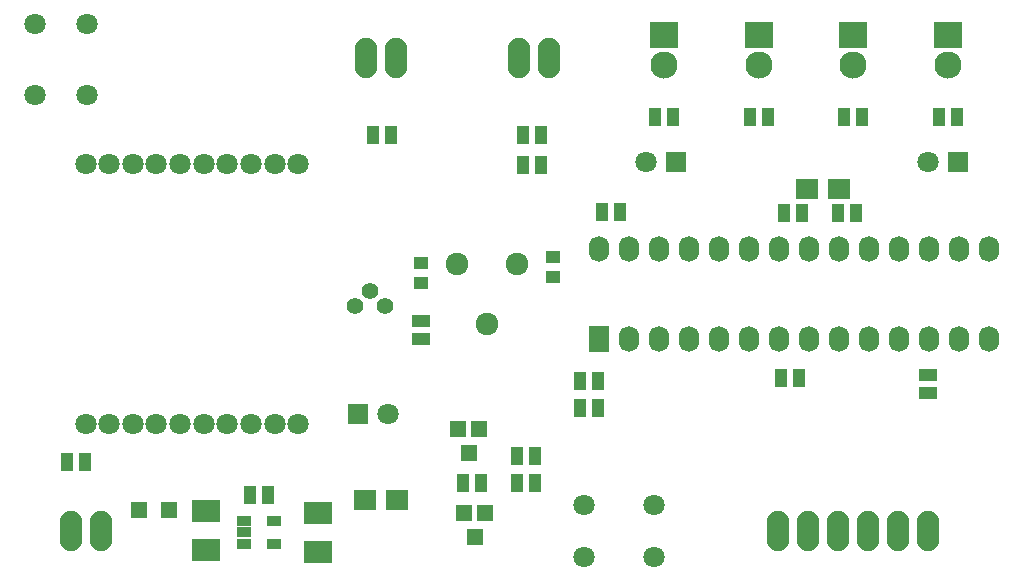
<source format=gbr>
G04 #@! TF.FileFunction,Soldermask,Top*
%FSLAX46Y46*%
G04 Gerber Fmt 4.6, Leading zero omitted, Abs format (unit mm)*
G04 Created by KiCad (PCBNEW 4.0.5-e0-6337~49~ubuntu14.04.1) date Tue Jan 31 14:11:35 2017*
%MOMM*%
%LPD*%
G01*
G04 APERTURE LIST*
%ADD10C,0.100000*%
%ADD11O,1.906220X3.414980*%
%ADD12R,1.035000X1.543000*%
%ADD13R,2.432000X1.924000*%
%ADD14R,2.400000X2.300000*%
%ADD15C,2.300000*%
%ADD16R,1.200000X1.000000*%
%ADD17R,1.400000X1.400000*%
%ADD18R,1.900000X1.700000*%
%ADD19R,1.314400X1.314400*%
%ADD20R,1.543000X1.035000*%
%ADD21C,1.924000*%
%ADD22C,1.797000*%
%ADD23R,1.162000X0.908000*%
%ADD24R,1.797000X1.797000*%
%ADD25C,1.800000*%
%ADD26R,1.700000X2.178000*%
%ADD27O,1.700000X2.178000*%
%ADD28C,1.400760*%
G04 APERTURE END LIST*
D10*
D11*
X86270000Y-55000000D03*
X83730000Y-55000000D03*
D12*
X103378000Y-84582000D03*
X101854000Y-84582000D03*
X120650000Y-68072000D03*
X119126000Y-68072000D03*
X118872000Y-82042000D03*
X120396000Y-82042000D03*
X123698000Y-68072000D03*
X125222000Y-68072000D03*
X59944000Y-89154000D03*
X58420000Y-89154000D03*
D13*
X79660000Y-93499000D03*
X79660000Y-96801000D03*
X70160000Y-93369000D03*
X70160000Y-96671000D03*
D14*
X117000000Y-53000000D03*
D15*
X117000000Y-55540000D03*
D16*
X88392000Y-72302000D03*
X88392000Y-74002000D03*
D14*
X133000000Y-53000000D03*
D15*
X133000000Y-55540000D03*
D16*
X99568000Y-73494000D03*
X99568000Y-71794000D03*
D14*
X125000000Y-53000000D03*
D15*
X125000000Y-55540000D03*
D14*
X109000000Y-53000000D03*
D15*
X109000000Y-55540000D03*
D17*
X67036000Y-93218000D03*
X64536000Y-93218000D03*
D18*
X86350000Y-92420000D03*
X83650000Y-92420000D03*
X123778000Y-66040000D03*
X121078000Y-66040000D03*
D11*
X131350000Y-95000000D03*
X128810000Y-95000000D03*
X126270000Y-95000000D03*
X123730000Y-95000000D03*
X121190000Y-95000000D03*
X118650000Y-95000000D03*
X58730000Y-95000000D03*
X61270000Y-95000000D03*
X99270000Y-55000000D03*
X96730000Y-55000000D03*
D19*
X91567000Y-86360000D03*
X93345000Y-86360000D03*
X92456000Y-88392000D03*
X92075000Y-93472000D03*
X93853000Y-93472000D03*
X92964000Y-95504000D03*
D12*
X101854000Y-82296000D03*
X103378000Y-82296000D03*
D20*
X88392000Y-78740000D03*
X88392000Y-77216000D03*
D12*
X116238000Y-60000000D03*
X117762000Y-60000000D03*
X132238000Y-60000000D03*
X133762000Y-60000000D03*
X124238000Y-60000000D03*
X125762000Y-60000000D03*
X108238000Y-60000000D03*
X109762000Y-60000000D03*
D20*
X131318000Y-81788000D03*
X131318000Y-83312000D03*
D12*
X103738000Y-68000000D03*
X105262000Y-68000000D03*
X91948000Y-90932000D03*
X93472000Y-90932000D03*
X97028000Y-61468000D03*
X98552000Y-61468000D03*
X84328000Y-61468000D03*
X85852000Y-61468000D03*
X96520000Y-90932000D03*
X98044000Y-90932000D03*
X98044000Y-88646000D03*
X96520000Y-88646000D03*
X98552000Y-64008000D03*
X97028000Y-64008000D03*
D21*
X96520000Y-72390000D03*
X93980000Y-77470000D03*
X91440000Y-72390000D03*
D22*
X60112000Y-58118000D03*
X55712000Y-58118000D03*
X60112000Y-52118000D03*
X55712000Y-52118000D03*
D23*
X73440000Y-94197500D03*
X73440000Y-96102500D03*
X75980000Y-94197500D03*
X73440000Y-95150000D03*
X75980000Y-96102500D03*
D24*
X83058000Y-85090000D03*
D22*
X85598000Y-85090000D03*
D25*
X60000000Y-63999260D03*
X68001000Y-63999260D03*
X71998960Y-63999260D03*
X69999980Y-63999260D03*
X64000500Y-63999260D03*
X65999480Y-63999260D03*
X61998980Y-63999260D03*
X75999460Y-63999260D03*
X78000980Y-63999260D03*
X74000480Y-63999260D03*
X74000480Y-86000740D03*
X78000980Y-86000740D03*
X75999460Y-86000740D03*
X61998980Y-86000740D03*
X65999480Y-86000740D03*
X64000500Y-86000740D03*
X69999980Y-86000740D03*
X71998960Y-86000740D03*
X68001000Y-86000740D03*
X60000000Y-86000740D03*
D26*
X103490000Y-78810000D03*
D27*
X106030000Y-78810000D03*
X108570000Y-78810000D03*
X111110000Y-78810000D03*
X113650000Y-78810000D03*
X116190000Y-78810000D03*
X118730000Y-78810000D03*
X121270000Y-78810000D03*
X123810000Y-78810000D03*
X126350000Y-78810000D03*
X128890000Y-78810000D03*
X131430000Y-78810000D03*
X133970000Y-78810000D03*
X136510000Y-78810000D03*
X136510000Y-71190000D03*
X133970000Y-71190000D03*
X131430000Y-71190000D03*
X128890000Y-71190000D03*
X126350000Y-71190000D03*
X123810000Y-71190000D03*
X121270000Y-71190000D03*
X118730000Y-71190000D03*
X116190000Y-71190000D03*
X113650000Y-71190000D03*
X111110000Y-71190000D03*
X108570000Y-71190000D03*
X106030000Y-71190000D03*
X103490000Y-71190000D03*
D28*
X84074000Y-74676000D03*
X85344000Y-75946000D03*
X82804000Y-75946000D03*
D24*
X133858000Y-63754000D03*
D22*
X131318000Y-63754000D03*
D24*
X109982000Y-63754000D03*
D22*
X107442000Y-63754000D03*
D12*
X73914000Y-91948000D03*
X75438000Y-91948000D03*
D22*
X108156000Y-92796000D03*
X108156000Y-97196000D03*
X102156000Y-92796000D03*
X102156000Y-97196000D03*
M02*

</source>
